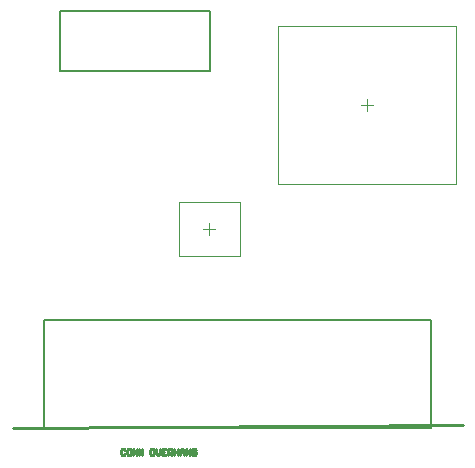
<source format=gbr>
%TF.GenerationSoftware,Altium Limited,Altium Designer,24.2.2 (26)*%
G04 Layer_Color=32768*
%FSLAX45Y45*%
%MOMM*%
%TF.SameCoordinates,3B1DD697-BB8E-4966-B076-04D6E0BCF24A*%
%TF.FilePolarity,Positive*%
%TF.FileFunction,Other,Mechanical_15*%
%TF.Part,Single*%
G01*
G75*
%TA.AperFunction,NonConductor*%
%ADD33C,0.25400*%
%ADD34C,0.12700*%
%ADD54C,0.10000*%
%ADD55C,0.05000*%
D33*
X543710Y-76200D02*
X4353710Y-50800D01*
X1491433Y-263147D02*
X1483102Y-254816D01*
X1466441D01*
X1458110Y-263147D01*
Y-296469D01*
X1466441Y-304800D01*
X1483102D01*
X1491433Y-296469D01*
X1533086Y-254816D02*
X1516424D01*
X1508094Y-263147D01*
Y-296469D01*
X1516424Y-304800D01*
X1533086D01*
X1541416Y-296469D01*
Y-263147D01*
X1533086Y-254816D01*
X1558077Y-304800D02*
Y-254816D01*
X1591400Y-304800D01*
Y-254816D01*
X1608061Y-304800D02*
Y-254816D01*
X1641384Y-304800D01*
Y-254816D01*
X1733020D02*
X1716359D01*
X1708028Y-263147D01*
Y-296469D01*
X1716359Y-304800D01*
X1733020D01*
X1741351Y-296469D01*
Y-263147D01*
X1733020Y-254816D01*
X1758012D02*
Y-288139D01*
X1774673Y-304800D01*
X1791334Y-288139D01*
Y-254816D01*
X1841318D02*
X1807996D01*
Y-304800D01*
X1841318D01*
X1807996Y-279808D02*
X1824657D01*
X1857979Y-304800D02*
Y-254816D01*
X1882971D01*
X1891302Y-263147D01*
Y-279808D01*
X1882971Y-288139D01*
X1857979D01*
X1874640D02*
X1891302Y-304800D01*
X1907963Y-254816D02*
Y-304800D01*
Y-279808D01*
X1941285D01*
Y-254816D01*
Y-304800D01*
X1957947D02*
Y-271477D01*
X1974608Y-254816D01*
X1991269Y-271477D01*
Y-304800D01*
Y-279808D01*
X1957947D01*
X2007930Y-304800D02*
Y-254816D01*
X2041253Y-304800D01*
Y-254816D01*
X2091236Y-263147D02*
X2082906Y-254816D01*
X2066245D01*
X2057914Y-263147D01*
Y-296469D01*
X2066245Y-304800D01*
X2082906D01*
X2091236Y-296469D01*
Y-279808D01*
X2074575D01*
D34*
X2209800Y2946400D02*
Y3454400D01*
X939800Y2946400D02*
Y3454400D01*
Y2946400D02*
X2209800D01*
X939800Y3454400D02*
X2209800D01*
X810410Y-76200D02*
Y838200D01*
X4087010Y-76200D02*
Y838200D01*
X810410D02*
X4087010D01*
X810410Y-76200D02*
X4087010D01*
D54*
X3493300Y2664460D02*
X3593300D01*
X3543300Y2614460D02*
Y2714460D01*
X2157260Y1610360D02*
X2257260D01*
X2207260Y1560360D02*
Y1660360D01*
D55*
X2788300Y1994460D02*
Y3334460D01*
X4298300Y1994460D02*
Y3334460D01*
X2788300D02*
X4298300D01*
X2788300Y1994460D02*
X4298300D01*
X1946760Y1380360D02*
Y1840360D01*
X2467760Y1380360D02*
Y1840360D01*
X1946760D02*
X2467760D01*
X1946760Y1380360D02*
X2467760D01*
%TF.MD5,92e13ccb93cb9fa72dbf5cb5f645059a*%
M02*

</source>
